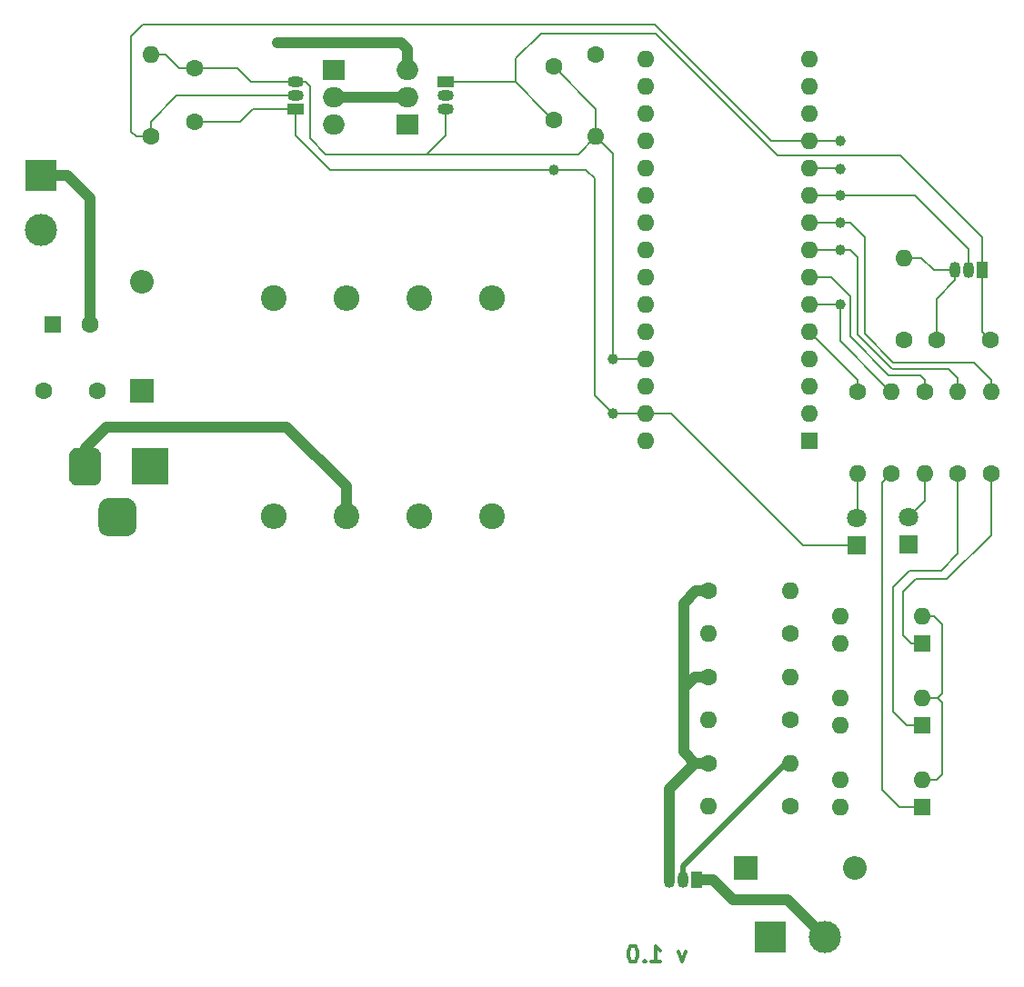
<source format=gbl>
G04 #@! TF.GenerationSoftware,KiCad,Pcbnew,5.1.5+dfsg1-2build2*
G04 #@! TF.CreationDate,2023-08-26T17:55:10-03:00*
G04 #@! TF.ProjectId,TeCoLab_Board,5465436f-4c61-4625-9f42-6f6172642e6b,1.00*
G04 #@! TF.SameCoordinates,Original*
G04 #@! TF.FileFunction,Copper,L2,Bot*
G04 #@! TF.FilePolarity,Positive*
%FSLAX46Y46*%
G04 Gerber Fmt 4.6, Leading zero omitted, Abs format (unit mm)*
G04 Created by KiCad (PCBNEW 5.1.5+dfsg1-2build2) date 2023-08-26 17:55:10*
%MOMM*%
%LPD*%
G04 APERTURE LIST*
%ADD10C,0.300000*%
%ADD11R,1.600000X1.600000*%
%ADD12O,1.600000X1.600000*%
%ADD13C,1.600000*%
%ADD14O,2.400000X2.400000*%
%ADD15C,2.400000*%
%ADD16R,1.800000X1.800000*%
%ADD17C,1.800000*%
%ADD18R,2.200000X2.200000*%
%ADD19O,2.200000X2.200000*%
%ADD20R,3.500000X3.500000*%
%ADD21C,0.150000*%
%ADD22R,3.000000X3.000000*%
%ADD23C,3.000000*%
%ADD24O,1.050000X1.500000*%
%ADD25R,1.050000X1.500000*%
%ADD26R,2.000000X1.905000*%
%ADD27O,2.000000X1.905000*%
%ADD28O,1.500000X1.050000*%
%ADD29R,1.500000X1.050000*%
%ADD30C,1.000000*%
%ADD31C,0.200000*%
%ADD32C,1.000000*%
%ADD33C,0.500000*%
G04 APERTURE END LIST*
D10*
X170430485Y-124265571D02*
X170073342Y-125265571D01*
X169716200Y-124265571D01*
X167216200Y-125265571D02*
X168073342Y-125265571D01*
X167644771Y-125265571D02*
X167644771Y-123765571D01*
X167787628Y-123979857D01*
X167930485Y-124122714D01*
X168073342Y-124194142D01*
X166573342Y-125122714D02*
X166501914Y-125194142D01*
X166573342Y-125265571D01*
X166644771Y-125194142D01*
X166573342Y-125122714D01*
X166573342Y-125265571D01*
X165573342Y-123765571D02*
X165430485Y-123765571D01*
X165287628Y-123837000D01*
X165216200Y-123908428D01*
X165144771Y-124051285D01*
X165073342Y-124337000D01*
X165073342Y-124694142D01*
X165144771Y-124979857D01*
X165216200Y-125122714D01*
X165287628Y-125194142D01*
X165430485Y-125265571D01*
X165573342Y-125265571D01*
X165716200Y-125194142D01*
X165787628Y-125122714D01*
X165859057Y-124979857D01*
X165930485Y-124694142D01*
X165930485Y-124337000D01*
X165859057Y-124051285D01*
X165787628Y-123908428D01*
X165716200Y-123837000D01*
X165573342Y-123765571D01*
D11*
X192384680Y-95615760D03*
D12*
X184764680Y-93075760D03*
X192384680Y-93075760D03*
X184764680Y-95615760D03*
D13*
X115637320Y-72090280D03*
X110637320Y-72090280D03*
D11*
X181899560Y-76733400D03*
D12*
X166659560Y-43713400D03*
X181899560Y-74193400D03*
X166659560Y-46253400D03*
X181899560Y-71653400D03*
X166659560Y-48793400D03*
X181899560Y-69113400D03*
X166659560Y-51333400D03*
X181899560Y-66573400D03*
X166659560Y-53873400D03*
X181899560Y-64033400D03*
X166659560Y-56413400D03*
X181899560Y-61493400D03*
X166659560Y-58953400D03*
X181899560Y-58953400D03*
X166659560Y-61493400D03*
X181899560Y-56413400D03*
X166659560Y-64033400D03*
X181899560Y-53873400D03*
X166659560Y-66573400D03*
X181899560Y-51333400D03*
X166659560Y-69113400D03*
X181899560Y-48793400D03*
X166659560Y-71653400D03*
X181899560Y-46253400D03*
X166659560Y-74193400D03*
X181899560Y-43713400D03*
X166659560Y-76733400D03*
X181899560Y-41173400D03*
X166659560Y-41173400D03*
D14*
X152349200Y-63454280D03*
D15*
X152349200Y-83774280D03*
X132029200Y-63454280D03*
D14*
X132029200Y-83774280D03*
D11*
X111455200Y-65852040D03*
D13*
X114955200Y-65852040D03*
X193746120Y-67299840D03*
X198746120Y-67299840D03*
X124703840Y-47042080D03*
X124703840Y-42042080D03*
X158109920Y-41869360D03*
X158109920Y-46869360D03*
D16*
X191135000Y-86385400D03*
D17*
X191135000Y-83845400D03*
X186359800Y-83880960D03*
D16*
X186359800Y-86420960D03*
D18*
X119811800Y-72090280D03*
D19*
X119811800Y-61930280D03*
X186131200Y-116474240D03*
D18*
X175971200Y-116474240D03*
D20*
X120507760Y-79126080D03*
G04 #@! TA.AperFunction,ComponentPad*
D21*
G36*
X115331273Y-77379691D02*
G01*
X115404078Y-77390491D01*
X115475474Y-77408375D01*
X115544773Y-77433170D01*
X115611308Y-77464639D01*
X115674438Y-77502478D01*
X115733555Y-77546322D01*
X115788090Y-77595750D01*
X115837518Y-77650285D01*
X115881362Y-77709402D01*
X115919201Y-77772532D01*
X115950670Y-77839067D01*
X115975465Y-77908366D01*
X115993349Y-77979762D01*
X116004149Y-78052567D01*
X116007760Y-78126080D01*
X116007760Y-80126080D01*
X116004149Y-80199593D01*
X115993349Y-80272398D01*
X115975465Y-80343794D01*
X115950670Y-80413093D01*
X115919201Y-80479628D01*
X115881362Y-80542758D01*
X115837518Y-80601875D01*
X115788090Y-80656410D01*
X115733555Y-80705838D01*
X115674438Y-80749682D01*
X115611308Y-80787521D01*
X115544773Y-80818990D01*
X115475474Y-80843785D01*
X115404078Y-80861669D01*
X115331273Y-80872469D01*
X115257760Y-80876080D01*
X113757760Y-80876080D01*
X113684247Y-80872469D01*
X113611442Y-80861669D01*
X113540046Y-80843785D01*
X113470747Y-80818990D01*
X113404212Y-80787521D01*
X113341082Y-80749682D01*
X113281965Y-80705838D01*
X113227430Y-80656410D01*
X113178002Y-80601875D01*
X113134158Y-80542758D01*
X113096319Y-80479628D01*
X113064850Y-80413093D01*
X113040055Y-80343794D01*
X113022171Y-80272398D01*
X113011371Y-80199593D01*
X113007760Y-80126080D01*
X113007760Y-78126080D01*
X113011371Y-78052567D01*
X113022171Y-77979762D01*
X113040055Y-77908366D01*
X113064850Y-77839067D01*
X113096319Y-77772532D01*
X113134158Y-77709402D01*
X113178002Y-77650285D01*
X113227430Y-77595750D01*
X113281965Y-77546322D01*
X113341082Y-77502478D01*
X113404212Y-77464639D01*
X113470747Y-77433170D01*
X113540046Y-77408375D01*
X113611442Y-77390491D01*
X113684247Y-77379691D01*
X113757760Y-77376080D01*
X115257760Y-77376080D01*
X115331273Y-77379691D01*
G37*
G04 #@! TD.AperFunction*
G04 #@! TA.AperFunction,ComponentPad*
G36*
X118468525Y-82080293D02*
G01*
X118553464Y-82092893D01*
X118636759Y-82113757D01*
X118717608Y-82142685D01*
X118795232Y-82179399D01*
X118868884Y-82223544D01*
X118937854Y-82274696D01*
X119001478Y-82332362D01*
X119059144Y-82395986D01*
X119110296Y-82464956D01*
X119154441Y-82538608D01*
X119191155Y-82616232D01*
X119220083Y-82697081D01*
X119240947Y-82780376D01*
X119253547Y-82865315D01*
X119257760Y-82951080D01*
X119257760Y-84701080D01*
X119253547Y-84786845D01*
X119240947Y-84871784D01*
X119220083Y-84955079D01*
X119191155Y-85035928D01*
X119154441Y-85113552D01*
X119110296Y-85187204D01*
X119059144Y-85256174D01*
X119001478Y-85319798D01*
X118937854Y-85377464D01*
X118868884Y-85428616D01*
X118795232Y-85472761D01*
X118717608Y-85509475D01*
X118636759Y-85538403D01*
X118553464Y-85559267D01*
X118468525Y-85571867D01*
X118382760Y-85576080D01*
X116632760Y-85576080D01*
X116546995Y-85571867D01*
X116462056Y-85559267D01*
X116378761Y-85538403D01*
X116297912Y-85509475D01*
X116220288Y-85472761D01*
X116146636Y-85428616D01*
X116077666Y-85377464D01*
X116014042Y-85319798D01*
X115956376Y-85256174D01*
X115905224Y-85187204D01*
X115861079Y-85113552D01*
X115824365Y-85035928D01*
X115795437Y-84955079D01*
X115774573Y-84871784D01*
X115761973Y-84786845D01*
X115757760Y-84701080D01*
X115757760Y-82951080D01*
X115761973Y-82865315D01*
X115774573Y-82780376D01*
X115795437Y-82697081D01*
X115824365Y-82616232D01*
X115861079Y-82538608D01*
X115905224Y-82464956D01*
X115956376Y-82395986D01*
X116014042Y-82332362D01*
X116077666Y-82274696D01*
X116146636Y-82223544D01*
X116220288Y-82179399D01*
X116297912Y-82142685D01*
X116378761Y-82113757D01*
X116462056Y-82092893D01*
X116546995Y-82080293D01*
X116632760Y-82076080D01*
X118382760Y-82076080D01*
X118468525Y-82080293D01*
G37*
G04 #@! TD.AperFunction*
D22*
X110342680Y-52029360D03*
D23*
X110342680Y-57109360D03*
X183337200Y-122951240D03*
D22*
X178257200Y-122951240D03*
D24*
X170129200Y-117617240D03*
X168859200Y-117617240D03*
D25*
X171399200Y-117617240D03*
D26*
X137657840Y-42169080D03*
D27*
X137657840Y-44709080D03*
X137657840Y-47249080D03*
X144515840Y-42169080D03*
X144515840Y-44709080D03*
D26*
X144515840Y-47249080D03*
D13*
X186415680Y-72161400D03*
D12*
X186415680Y-79781400D03*
X192638680Y-79781400D03*
D13*
X192638680Y-72161400D03*
D12*
X190687960Y-59700160D03*
D13*
X190687960Y-67320160D03*
X189527180Y-79781400D03*
D12*
X189527180Y-72161400D03*
X120639840Y-40772080D03*
D13*
X120639840Y-48392080D03*
D12*
X172506640Y-110749080D03*
D13*
X180126640Y-110749080D03*
X172506640Y-106739944D03*
D12*
X180126640Y-106739944D03*
D13*
X162041840Y-40772080D03*
D12*
X162041840Y-48392080D03*
D13*
X195750180Y-79781400D03*
D12*
X195750180Y-72161400D03*
X198861680Y-72161400D03*
D13*
X198861680Y-79781400D03*
X180126640Y-102730808D03*
D12*
X172506640Y-102730808D03*
X180126640Y-98721672D03*
D13*
X172506640Y-98721672D03*
D12*
X172506640Y-94712536D03*
D13*
X180126640Y-94712536D03*
X172506640Y-90703400D03*
D12*
X180126640Y-90703400D03*
D15*
X145575866Y-63454280D03*
D14*
X145575866Y-83774280D03*
X138802533Y-63454280D03*
D15*
X138802533Y-83774280D03*
D25*
X198018400Y-60822840D03*
D24*
X195478400Y-60822840D03*
X196748400Y-60822840D03*
D11*
X192384680Y-110855760D03*
D12*
X184764680Y-108315760D03*
X192384680Y-108315760D03*
X184764680Y-110855760D03*
D28*
X134101840Y-44582080D03*
X134101840Y-43312080D03*
D29*
X134101840Y-45852080D03*
X148071840Y-43312080D03*
D28*
X148071840Y-45852080D03*
X148071840Y-44582080D03*
D12*
X184764680Y-103235760D03*
X192384680Y-100695760D03*
X184764680Y-100695760D03*
D11*
X192384680Y-103235760D03*
D30*
X163626800Y-74183240D03*
X184764680Y-63982600D03*
X184764680Y-58958480D03*
X184764680Y-56382920D03*
X184764680Y-53858160D03*
X184764680Y-51363880D03*
X163652200Y-69103240D03*
X184825640Y-48768000D03*
X158109920Y-51450240D03*
X132354320Y-39649400D03*
D31*
X181959050Y-66573400D02*
X181899560Y-66573400D01*
X186415680Y-71030030D02*
X181959050Y-66573400D01*
X186415680Y-72161400D02*
X186415680Y-71030030D01*
X181924960Y-64008000D02*
X181899560Y-64033400D01*
X184739280Y-64033400D02*
X184790080Y-63982600D01*
X184713880Y-64033400D02*
X184764680Y-63982600D01*
X181899560Y-64033400D02*
X184713880Y-64033400D01*
X188727181Y-71361401D02*
X188724641Y-71361401D01*
X189527180Y-72161400D02*
X188727181Y-71361401D01*
X184764680Y-67401440D02*
X184764680Y-63982600D01*
X188724641Y-71361401D02*
X184764680Y-67401440D01*
X192638680Y-71030030D02*
X192220650Y-70612000D01*
X192638680Y-72161400D02*
X192638680Y-71030030D01*
X192220650Y-70612000D02*
X189326520Y-70612000D01*
X189326520Y-70612000D02*
X185729880Y-67015360D01*
X185729880Y-67015360D02*
X185729880Y-63296800D01*
X183926480Y-61493400D02*
X181899560Y-61493400D01*
X185729880Y-63296800D02*
X183926480Y-61493400D01*
X181924960Y-58928000D02*
X181899560Y-58953400D01*
X181904640Y-58958480D02*
X181899560Y-58953400D01*
X184759600Y-58953400D02*
X184764680Y-58958480D01*
X181899560Y-58953400D02*
X184759600Y-58953400D01*
X194919600Y-70048120D02*
X195750180Y-70878700D01*
X195750180Y-70878700D02*
X195750180Y-72161400D01*
X189687200Y-70048120D02*
X194919600Y-70048120D01*
X189585600Y-69946520D02*
X189687200Y-70048120D01*
X189585600Y-69941440D02*
X189585600Y-69946520D01*
X186397900Y-66802000D02*
X189537340Y-69941440D01*
X186397900Y-59636660D02*
X186397900Y-66802000D01*
X185719720Y-58958480D02*
X186397900Y-59636660D01*
X184764680Y-58958480D02*
X185719720Y-58958480D01*
X181930040Y-56382920D02*
X181899560Y-56413400D01*
X184734200Y-56413400D02*
X184764680Y-56382920D01*
X181899560Y-56413400D02*
X184734200Y-56413400D01*
X185694320Y-56382920D02*
X184764680Y-56382920D01*
X187065920Y-57754520D02*
X185694320Y-56382920D01*
X187065920Y-66751200D02*
X187065920Y-57754520D01*
X189748160Y-69433440D02*
X187065920Y-66751200D01*
X197265090Y-69433440D02*
X189748160Y-69433440D01*
X198861680Y-71030030D02*
X197265090Y-69433440D01*
X198861680Y-72161400D02*
X198861680Y-71030030D01*
X181950360Y-53822600D02*
X181899560Y-53873400D01*
X181914800Y-53858160D02*
X181899560Y-53873400D01*
X184749440Y-53873400D02*
X184764680Y-53858160D01*
X181899560Y-53873400D02*
X184749440Y-53873400D01*
X184764680Y-53858160D02*
X191739520Y-53858160D01*
X196748400Y-58867040D02*
X196748400Y-60822840D01*
X191739520Y-53858160D02*
X196748400Y-58867040D01*
X181950360Y-48742600D02*
X181899560Y-48793400D01*
X120639840Y-48392080D02*
X120639840Y-46974760D01*
X123032520Y-44582080D02*
X134101840Y-44582080D01*
X120639840Y-46974760D02*
X123032520Y-44582080D01*
X181924960Y-48768000D02*
X181899560Y-48793400D01*
X184825640Y-48768000D02*
X181924960Y-48768000D01*
X178368960Y-48793400D02*
X181899560Y-48793400D01*
X119852440Y-37927280D02*
X167502840Y-37927280D01*
X118760240Y-39019480D02*
X119852440Y-37927280D01*
X118760240Y-47894240D02*
X118760240Y-39019480D01*
X167502840Y-37927280D02*
X178368960Y-48793400D01*
X119258080Y-48392080D02*
X118760240Y-47894240D01*
X120639840Y-48392080D02*
X119258080Y-48392080D01*
X136921240Y-50017680D02*
X146293840Y-50017680D01*
X148071840Y-48239680D02*
X148071840Y-45852080D01*
X162041840Y-45801280D02*
X158109920Y-41869360D01*
X162041840Y-48392080D02*
X162041840Y-45801280D01*
X146293840Y-50017680D02*
X148071840Y-48239680D01*
X160416240Y-50017680D02*
X162041840Y-48392080D01*
X146293840Y-50017680D02*
X160416240Y-50017680D01*
X193766440Y-63484800D02*
X193766440Y-66085720D01*
X195478400Y-61772840D02*
X193766440Y-63484800D01*
X195478400Y-60822840D02*
X195478400Y-61772840D01*
X193766440Y-66085720D02*
X193746120Y-65628520D01*
X193746120Y-67299840D02*
X193766440Y-66085720D01*
X166649400Y-69103240D02*
X166659560Y-69113400D01*
X163652200Y-69103240D02*
X166649400Y-69103240D01*
X163652200Y-50002440D02*
X162041840Y-48392080D01*
X163652200Y-69103240D02*
X163652200Y-50002440D01*
X190687960Y-59700160D02*
X192369440Y-59700160D01*
X193492120Y-60822840D02*
X195478400Y-60822840D01*
X192369440Y-59700160D02*
X193492120Y-60822840D01*
X135051840Y-43312080D02*
X135402320Y-43662560D01*
X134101840Y-43312080D02*
X135051840Y-43312080D01*
X135402320Y-48498760D02*
X136921240Y-50017680D01*
X135402320Y-43662560D02*
X135402320Y-48498760D01*
X120639840Y-40772080D02*
X121940320Y-40772080D01*
X123210320Y-42042080D02*
X124703840Y-42042080D01*
X121940320Y-40772080D02*
X123210320Y-42042080D01*
X124703840Y-42042080D02*
X128666240Y-42042080D01*
X129936240Y-43312080D02*
X134101840Y-43312080D01*
X128666240Y-42042080D02*
X129936240Y-43312080D01*
X181930040Y-51363880D02*
X181899560Y-51333400D01*
X184734200Y-51333400D02*
X184764680Y-51363880D01*
X181899560Y-51333400D02*
X184734200Y-51333400D01*
X157309921Y-46069361D02*
X157309921Y-46068081D01*
X158109920Y-46869360D02*
X157309921Y-46069361D01*
X154553920Y-43312080D02*
X148071840Y-43312080D01*
X157309921Y-46068081D02*
X154553920Y-43312080D01*
X198018400Y-66572120D02*
X198746120Y-67299840D01*
X198018400Y-60822840D02*
X198018400Y-66572120D01*
X154553920Y-43312080D02*
X154553920Y-41107360D01*
X191099440Y-86420960D02*
X191135000Y-86385400D01*
X156921200Y-38755320D02*
X156889410Y-38771870D01*
X154553920Y-41107360D02*
X156921200Y-38755320D01*
X166649400Y-74183240D02*
X166659560Y-74193400D01*
X163626800Y-74183240D02*
X166649400Y-74183240D01*
X166659560Y-74193400D02*
X168686480Y-74193400D01*
X194298370Y-100250190D02*
X193852800Y-100695760D01*
X193852800Y-100695760D02*
X192384680Y-100695760D01*
X194298370Y-93858080D02*
X194298370Y-100250190D01*
X193516050Y-93075760D02*
X194298370Y-93858080D01*
X192384680Y-93075760D02*
X193516050Y-93075760D01*
X193852800Y-100695760D02*
X193873120Y-100695760D01*
X194298370Y-107804150D02*
X193786760Y-108315760D01*
X194298370Y-101141330D02*
X194298370Y-107804150D01*
X193786760Y-108315760D02*
X192384680Y-108315760D01*
X193852800Y-100695760D02*
X194298370Y-101141330D01*
X186359800Y-86420960D02*
X181315360Y-86420960D01*
X169087800Y-74193400D02*
X168686480Y-74193400D01*
X181315360Y-86420960D02*
X169087800Y-74193400D01*
X161965640Y-72522080D02*
X163626800Y-74183240D01*
X161965640Y-52496720D02*
X161965640Y-72522080D01*
X161965640Y-52496720D02*
X161965640Y-52293520D01*
X161122360Y-51450240D02*
X158109920Y-51450240D01*
X161965640Y-52293520D02*
X161122360Y-51450240D01*
X134101840Y-48260000D02*
X134101840Y-45852080D01*
X137292080Y-51450240D02*
X134101840Y-48260000D01*
X158109920Y-51450240D02*
X137292080Y-51450240D01*
X190388240Y-50109120D02*
X198018400Y-57739280D01*
X198018400Y-57739280D02*
X198018400Y-60822840D01*
X187133778Y-50109120D02*
X190388240Y-50109120D01*
X187128698Y-50114200D02*
X187133778Y-50109120D01*
X178932840Y-50114200D02*
X187128698Y-50114200D01*
X167573960Y-38755320D02*
X178932840Y-50114200D01*
X156921200Y-38755320D02*
X167573960Y-38755320D01*
X124703840Y-47042080D02*
X128893560Y-47042080D01*
X130083560Y-45852080D02*
X134101840Y-45852080D01*
X128893560Y-47042080D02*
X130083560Y-45852080D01*
D32*
X137657840Y-44709080D02*
X144515840Y-44709080D01*
X112842680Y-52029360D02*
X110342680Y-52029360D01*
X114955200Y-54141880D02*
X112842680Y-52029360D01*
X114955200Y-65852040D02*
X114955200Y-54141880D01*
X172506640Y-106739944D02*
X171276264Y-106739944D01*
X171276264Y-106739944D02*
X170215560Y-105679240D01*
X170215560Y-105679240D02*
X170215560Y-99786440D01*
X171280328Y-98721672D02*
X172506640Y-98721672D01*
X170215560Y-99786440D02*
X171280328Y-98721672D01*
X170215560Y-99786440D02*
X170215560Y-91942920D01*
X170215560Y-91863110D02*
X170215560Y-91942920D01*
X171375270Y-90703400D02*
X170215560Y-91863110D01*
X172506640Y-90703400D02*
X171375270Y-90703400D01*
X168859200Y-109157008D02*
X171276264Y-106739944D01*
X168859200Y-117617240D02*
X168859200Y-109157008D01*
X114507760Y-77376080D02*
X116445840Y-75438000D01*
X114507760Y-79126080D02*
X114507760Y-77376080D01*
X116445840Y-75438000D02*
X133248400Y-75438000D01*
X138802533Y-80992133D02*
X138802533Y-83774280D01*
X133248400Y-75438000D02*
X138802533Y-80992133D01*
D31*
X192638680Y-82341720D02*
X192638680Y-79781400D01*
X191135000Y-83845400D02*
X192638680Y-82341720D01*
X186415680Y-83825080D02*
X186359800Y-83880960D01*
X186415680Y-79781400D02*
X186415680Y-83825080D01*
D32*
X172924200Y-117617240D02*
X174788560Y-119481600D01*
X171399200Y-117617240D02*
X172924200Y-117617240D01*
X179867560Y-119481600D02*
X183337200Y-122951240D01*
X174788560Y-119481600D02*
X179867560Y-119481600D01*
D33*
X179756496Y-106739944D02*
X180126640Y-106739944D01*
X170129200Y-116367240D02*
X179756496Y-106739944D01*
X170129200Y-117617240D02*
X170129200Y-116367240D01*
D32*
X144515840Y-40216580D02*
X144515840Y-42169080D01*
X143948660Y-39649400D02*
X144515840Y-40216580D01*
X132354320Y-39649400D02*
X143948660Y-39649400D01*
D31*
X188727181Y-80581399D02*
X188727181Y-109250581D01*
X189527180Y-79781400D02*
X188727181Y-80581399D01*
X190332360Y-110855760D02*
X192384680Y-110855760D01*
X188727181Y-109250581D02*
X190332360Y-110855760D01*
X190957200Y-103235760D02*
X192384680Y-103235760D01*
X189687250Y-101965810D02*
X190957200Y-103235760D01*
X189687250Y-90388440D02*
X189687250Y-101965810D01*
X191272210Y-88803480D02*
X189687250Y-90388440D01*
X194203320Y-88803480D02*
X191272210Y-88803480D01*
X195750180Y-87256620D02*
X194203320Y-88803480D01*
X195750180Y-79781400D02*
X195750180Y-87256620D01*
X191384680Y-95615760D02*
X192384680Y-95615760D01*
X190647320Y-94878400D02*
X191384680Y-95615760D01*
X190647320Y-90769440D02*
X190647320Y-94878400D01*
X191790320Y-89626440D02*
X190647320Y-90769440D01*
X194741800Y-89626440D02*
X191790320Y-89626440D01*
X198861680Y-85506560D02*
X194741800Y-89626440D01*
X198861680Y-79781400D02*
X198861680Y-85506560D01*
M02*

</source>
